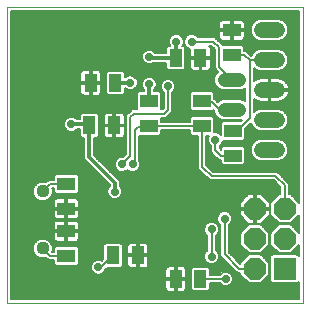
<source format=gbl>
G75*
G70*
%OFA0B0*%
%FSLAX24Y24*%
%IPPOS*%
%LPD*%
%AMOC8*
5,1,8,0,0,1.08239X$1,22.5*
%
%ADD10C,0.0000*%
%ADD11C,0.0438*%
%ADD12R,0.0591X0.0433*%
%ADD13R,0.0433X0.0591*%
%ADD14C,0.0518*%
%ADD15C,0.0478*%
%ADD16R,0.0740X0.0740*%
%ADD17OC8,0.0740*%
%ADD18C,0.0063*%
%ADD19C,0.0276*%
%ADD20C,0.0118*%
D10*
X000363Y000479D02*
X000363Y010322D01*
X010205Y010322D01*
X010205Y000479D01*
X000363Y000479D01*
D11*
X001544Y002285D03*
X001544Y004185D03*
D12*
X002331Y004436D03*
X002331Y003609D03*
X002331Y002861D03*
X002331Y002034D03*
X005087Y006365D03*
X005087Y007192D03*
X006859Y007192D03*
X006859Y006365D03*
X007882Y006208D03*
X007882Y005381D03*
X007843Y008727D03*
X007843Y009554D03*
D13*
X006800Y008629D03*
X005973Y008629D03*
X003965Y007802D03*
X003138Y007802D03*
X003099Y006385D03*
X003926Y006385D03*
X003886Y002054D03*
X004713Y002054D03*
X005973Y001267D03*
X006800Y001267D03*
D14*
X008840Y005566D02*
X009358Y005566D01*
X009358Y006566D02*
X008840Y006566D01*
X008840Y007566D02*
X009358Y007566D01*
X009358Y008566D02*
X008840Y008566D01*
X008840Y009566D02*
X009358Y009566D01*
D15*
X008082Y007908D02*
X007604Y007908D01*
X007604Y006908D02*
X008082Y006908D01*
D16*
X009603Y001605D03*
D17*
X008603Y001605D03*
X008603Y002605D03*
X009603Y002605D03*
X009603Y003605D03*
X008603Y003605D03*
D18*
X008634Y003615D02*
X009123Y003615D01*
X009104Y003637D02*
X009104Y003813D01*
X008811Y004107D01*
X008634Y004107D01*
X008634Y003637D01*
X008571Y003637D01*
X008571Y003574D01*
X008101Y003574D01*
X008101Y003398D01*
X008395Y003104D01*
X008571Y003104D01*
X008571Y003574D01*
X008634Y003574D01*
X008634Y003104D01*
X008811Y003104D01*
X009104Y003398D01*
X009104Y003574D01*
X008634Y003574D01*
X008634Y003637D01*
X009104Y003637D01*
X009104Y003677D02*
X009123Y003677D01*
X009123Y003738D02*
X009104Y003738D01*
X009104Y003800D02*
X009123Y003800D01*
X009123Y003804D02*
X009123Y003406D01*
X009404Y003125D01*
X009802Y003125D01*
X010074Y003397D01*
X010074Y002814D01*
X009802Y003085D01*
X009404Y003085D01*
X009123Y002804D01*
X009123Y002406D01*
X009404Y002125D01*
X009802Y002125D01*
X010074Y002397D01*
X010074Y002030D01*
X010019Y002085D01*
X009187Y002085D01*
X009123Y002021D01*
X009123Y001190D01*
X009187Y001125D01*
X010019Y001125D01*
X010074Y001180D01*
X010074Y000611D01*
X000494Y000611D01*
X000494Y010190D01*
X010074Y010190D01*
X010074Y003814D01*
X009802Y004085D01*
X009745Y004085D01*
X009745Y004447D01*
X009441Y004751D01*
X009358Y004834D01*
X007232Y004834D01*
X007000Y005066D01*
X007000Y006038D01*
X007076Y006038D01*
X007044Y005962D01*
X007044Y005863D01*
X007082Y005772D01*
X007150Y005703D01*
X007150Y005499D01*
X007233Y005416D01*
X007410Y005239D01*
X007477Y005239D01*
X007477Y005119D01*
X007541Y005054D01*
X008223Y005054D01*
X008288Y005119D01*
X008288Y005643D01*
X008223Y005708D01*
X007541Y005708D01*
X007477Y005643D01*
X007477Y005573D01*
X007434Y005617D01*
X007434Y005703D01*
X007502Y005772D01*
X007540Y005863D01*
X007540Y005882D01*
X007541Y005881D01*
X008223Y005881D01*
X008288Y005945D01*
X008288Y006263D01*
X008296Y006268D01*
X008303Y006290D01*
X008481Y006468D01*
X008527Y006357D01*
X008631Y006253D01*
X008766Y006197D01*
X009431Y006197D01*
X009567Y006253D01*
X009671Y006357D01*
X009727Y006492D01*
X009727Y006639D01*
X009671Y006775D01*
X009567Y006879D01*
X009431Y006935D01*
X008766Y006935D01*
X008631Y006879D01*
X008575Y006824D01*
X008575Y007278D01*
X008591Y007263D01*
X008655Y007220D01*
X008726Y007190D01*
X008801Y007175D01*
X009067Y007175D01*
X009067Y007534D01*
X009130Y007534D01*
X009130Y007175D01*
X009396Y007175D01*
X009472Y007190D01*
X009543Y007220D01*
X009607Y007263D01*
X009661Y007317D01*
X009704Y007381D01*
X009734Y007452D01*
X009749Y007527D01*
X009749Y007534D01*
X009130Y007534D01*
X009130Y007597D01*
X009067Y007597D01*
X009067Y007956D01*
X008801Y007956D01*
X008726Y007941D01*
X008655Y007912D01*
X008591Y007869D01*
X008575Y007854D01*
X008575Y008308D01*
X008631Y008253D01*
X008766Y008197D01*
X009431Y008197D01*
X009567Y008253D01*
X009671Y008357D01*
X009727Y008492D01*
X009727Y008639D01*
X009671Y008775D01*
X009567Y008879D01*
X009431Y008935D01*
X008766Y008935D01*
X008631Y008879D01*
X008527Y008775D01*
X008492Y008692D01*
X008315Y008869D01*
X008249Y008869D01*
X008249Y008989D01*
X008184Y009054D01*
X007540Y009054D01*
X007469Y009125D01*
X007272Y009322D01*
X006713Y009322D01*
X006645Y009390D01*
X006554Y009428D01*
X006455Y009428D01*
X006364Y009390D01*
X006294Y009321D01*
X006256Y009229D01*
X006256Y009131D01*
X006294Y009040D01*
X006364Y008970D01*
X006452Y008933D01*
X006452Y008660D01*
X006768Y008660D01*
X006768Y008597D01*
X006831Y008597D01*
X006831Y008202D01*
X007034Y008202D01*
X007067Y008211D01*
X007097Y008228D01*
X007121Y008253D01*
X007139Y008283D01*
X007148Y008316D01*
X007148Y008597D01*
X006831Y008597D01*
X006831Y008660D01*
X007148Y008660D01*
X007148Y008941D01*
X007139Y008975D01*
X007121Y009005D01*
X007097Y009029D01*
X007081Y009038D01*
X007154Y009038D01*
X007268Y008924D01*
X007268Y008283D01*
X007376Y008175D01*
X007308Y008106D01*
X007255Y007978D01*
X007255Y007839D01*
X007308Y007711D01*
X007406Y007612D01*
X007534Y007559D01*
X008152Y007559D01*
X008280Y007612D01*
X008292Y007624D01*
X008292Y007193D01*
X008280Y007205D01*
X008152Y007258D01*
X007534Y007258D01*
X007406Y007205D01*
X007374Y007172D01*
X007315Y007231D01*
X007264Y007282D01*
X007264Y007454D01*
X007200Y007519D01*
X006518Y007519D01*
X006453Y007454D01*
X006453Y006930D01*
X006518Y006865D01*
X007200Y006865D01*
X007240Y006905D01*
X007255Y006891D01*
X007255Y006839D01*
X007308Y006711D01*
X007406Y006612D01*
X007534Y006559D01*
X008152Y006559D01*
X008185Y006573D01*
X008147Y006534D01*
X007541Y006534D01*
X007477Y006470D01*
X007477Y006078D01*
X007432Y006123D01*
X007341Y006160D01*
X007264Y006160D01*
X007264Y006627D01*
X007200Y006692D01*
X006518Y006692D01*
X006453Y006627D01*
X006453Y006507D01*
X005493Y006507D01*
X005493Y006627D01*
X005483Y006637D01*
X005658Y006637D01*
X005776Y006755D01*
X005859Y006838D01*
X005859Y007475D01*
X005927Y007543D01*
X005965Y007635D01*
X005965Y007733D01*
X005927Y007824D01*
X005858Y007894D01*
X005766Y007932D01*
X005668Y007932D01*
X005577Y007894D01*
X005507Y007824D01*
X005469Y007733D01*
X005469Y007635D01*
X005507Y007543D01*
X005575Y007475D01*
X005575Y006955D01*
X005540Y006920D01*
X005483Y006920D01*
X005493Y006930D01*
X005493Y007454D01*
X005428Y007519D01*
X005256Y007519D01*
X005256Y007581D01*
X005297Y007622D01*
X005335Y007713D01*
X005335Y007812D01*
X005297Y007903D01*
X005228Y007973D01*
X005136Y008011D01*
X005038Y008011D01*
X004947Y007973D01*
X004877Y007903D01*
X004839Y007812D01*
X004839Y007713D01*
X004877Y007622D01*
X004918Y007581D01*
X004918Y007519D01*
X004746Y007519D01*
X004682Y007454D01*
X004682Y006930D01*
X004691Y006920D01*
X004517Y006920D01*
X004434Y006837D01*
X004398Y006802D01*
X004315Y006719D01*
X004315Y005420D01*
X004229Y005334D01*
X004132Y005334D01*
X004041Y005296D01*
X003971Y005226D01*
X003934Y005135D01*
X003934Y005036D01*
X003971Y004945D01*
X004041Y004875D01*
X004132Y004838D01*
X004231Y004838D01*
X004322Y004875D01*
X004359Y004912D01*
X004395Y004875D01*
X004487Y004838D01*
X004585Y004838D01*
X004676Y004875D01*
X004746Y004945D01*
X004784Y005036D01*
X004784Y005135D01*
X004756Y005201D01*
X004756Y006038D01*
X005428Y006038D01*
X005493Y006103D01*
X005493Y006223D01*
X006453Y006223D01*
X006453Y006103D01*
X006518Y006038D01*
X006717Y006038D01*
X006717Y004948D01*
X006800Y004865D01*
X007115Y004550D01*
X009241Y004550D01*
X009461Y004330D01*
X009461Y004085D01*
X009404Y004085D01*
X009123Y003804D01*
X009180Y003861D02*
X009056Y003861D01*
X008994Y003923D02*
X009241Y003923D01*
X009303Y003984D02*
X008933Y003984D01*
X008872Y004046D02*
X009364Y004046D01*
X009461Y004107D02*
X004184Y004107D01*
X004193Y004131D02*
X004156Y004040D01*
X004086Y003970D01*
X003995Y003932D01*
X003896Y003932D01*
X003805Y003970D01*
X003735Y004040D01*
X003697Y004131D01*
X003697Y004229D01*
X003735Y004321D01*
X003776Y004362D01*
X003776Y004386D01*
X003009Y005152D01*
X002910Y005252D01*
X002910Y005979D01*
X002837Y005979D01*
X002772Y006044D01*
X002772Y006255D01*
X002670Y006255D01*
X002629Y006214D01*
X002538Y006176D01*
X002439Y006176D01*
X002348Y006214D01*
X002278Y006284D01*
X002241Y006375D01*
X002241Y006473D01*
X002278Y006565D01*
X002348Y006634D01*
X002439Y006672D01*
X002538Y006672D01*
X002629Y006634D01*
X002670Y006593D01*
X002772Y006593D01*
X002772Y006726D01*
X002837Y006790D01*
X003361Y006790D01*
X003426Y006726D01*
X003426Y006044D01*
X003361Y005979D01*
X003249Y005979D01*
X003249Y005392D01*
X004115Y004526D01*
X004115Y004362D01*
X004156Y004321D01*
X004193Y004229D01*
X004193Y004131D01*
X004193Y004169D02*
X009461Y004169D01*
X009461Y004230D02*
X004193Y004230D01*
X004168Y004292D02*
X009461Y004292D01*
X009438Y004353D02*
X004123Y004353D01*
X004115Y004415D02*
X009376Y004415D01*
X009315Y004476D02*
X004115Y004476D01*
X004103Y004538D02*
X009253Y004538D01*
X009300Y004692D02*
X007174Y004692D01*
X006859Y005007D01*
X006859Y006365D01*
X005087Y006365D01*
X005067Y006345D01*
X004733Y006345D01*
X004615Y006227D01*
X004615Y005164D01*
X004536Y005086D01*
X004708Y004907D02*
X006758Y004907D01*
X006717Y004968D02*
X004756Y004968D01*
X004781Y005030D02*
X006717Y005030D01*
X006717Y005091D02*
X004784Y005091D01*
X004777Y005153D02*
X006717Y005153D01*
X006717Y005214D02*
X004756Y005214D01*
X004756Y005276D02*
X006717Y005276D01*
X006717Y005337D02*
X004756Y005337D01*
X004756Y005399D02*
X006717Y005399D01*
X006717Y005460D02*
X004756Y005460D01*
X004756Y005522D02*
X006717Y005522D01*
X006717Y005583D02*
X004756Y005583D01*
X004756Y005645D02*
X006717Y005645D01*
X006717Y005706D02*
X004756Y005706D01*
X004756Y005768D02*
X006717Y005768D01*
X006717Y005829D02*
X004756Y005829D01*
X004756Y005891D02*
X006717Y005891D01*
X006717Y005952D02*
X004756Y005952D01*
X004756Y006014D02*
X006717Y006014D01*
X006481Y006075D02*
X005465Y006075D01*
X005493Y006137D02*
X006453Y006137D01*
X006453Y006198D02*
X005493Y006198D01*
X005493Y006567D02*
X006453Y006567D01*
X006454Y006629D02*
X005491Y006629D01*
X005711Y006690D02*
X006516Y006690D01*
X006508Y006874D02*
X005859Y006874D01*
X005859Y006936D02*
X006453Y006936D01*
X006453Y006997D02*
X005859Y006997D01*
X005859Y007059D02*
X006453Y007059D01*
X006453Y007120D02*
X005859Y007120D01*
X005859Y007182D02*
X006453Y007182D01*
X006453Y007243D02*
X005859Y007243D01*
X005859Y007305D02*
X006453Y007305D01*
X006453Y007366D02*
X005859Y007366D01*
X005859Y007428D02*
X006453Y007428D01*
X006489Y007489D02*
X005873Y007489D01*
X005930Y007551D02*
X008292Y007551D01*
X008292Y007612D02*
X008280Y007612D01*
X008292Y007489D02*
X007229Y007489D01*
X007264Y007428D02*
X008292Y007428D01*
X008292Y007366D02*
X007264Y007366D01*
X007264Y007305D02*
X008292Y007305D01*
X008292Y007243D02*
X008186Y007243D01*
X008575Y007243D02*
X008619Y007243D01*
X008575Y007182D02*
X008768Y007182D01*
X008575Y007120D02*
X010074Y007120D01*
X010074Y007059D02*
X008575Y007059D01*
X008575Y006997D02*
X010074Y006997D01*
X010074Y006936D02*
X008575Y006936D01*
X008575Y006874D02*
X008626Y006874D01*
X008434Y006621D02*
X008434Y008550D01*
X009083Y008550D01*
X009099Y008566D01*
X009506Y008227D02*
X010074Y008227D01*
X010074Y008166D02*
X008575Y008166D01*
X008575Y008227D02*
X008692Y008227D01*
X008595Y008289D02*
X008575Y008289D01*
X008575Y008104D02*
X010074Y008104D01*
X010074Y008043D02*
X008575Y008043D01*
X008575Y007981D02*
X010074Y007981D01*
X010074Y007920D02*
X009524Y007920D01*
X009543Y007912D02*
X009472Y007941D01*
X009396Y007956D01*
X009130Y007956D01*
X009130Y007597D01*
X009749Y007597D01*
X009749Y007604D01*
X009734Y007680D01*
X009704Y007751D01*
X009661Y007815D01*
X009607Y007869D01*
X009543Y007912D01*
X009618Y007858D02*
X010074Y007858D01*
X010074Y007797D02*
X009673Y007797D01*
X009711Y007735D02*
X010074Y007735D01*
X010074Y007674D02*
X009735Y007674D01*
X009747Y007612D02*
X010074Y007612D01*
X010074Y007551D02*
X009130Y007551D01*
X009130Y007612D02*
X009067Y007612D01*
X009067Y007674D02*
X009130Y007674D01*
X009130Y007735D02*
X009067Y007735D01*
X009067Y007797D02*
X009130Y007797D01*
X009130Y007858D02*
X009067Y007858D01*
X009067Y007920D02*
X009130Y007920D01*
X009603Y008289D02*
X010074Y008289D01*
X010074Y008350D02*
X009665Y008350D01*
X009694Y008412D02*
X010074Y008412D01*
X010074Y008473D02*
X009719Y008473D01*
X009727Y008535D02*
X010074Y008535D01*
X010074Y008596D02*
X009727Y008596D01*
X009720Y008658D02*
X010074Y008658D01*
X010074Y008719D02*
X009694Y008719D01*
X009665Y008781D02*
X010074Y008781D01*
X010074Y008842D02*
X009604Y008842D01*
X009507Y008904D02*
X010074Y008904D01*
X010074Y008965D02*
X008249Y008965D01*
X008249Y008904D02*
X008690Y008904D01*
X008594Y008842D02*
X008342Y008842D01*
X008403Y008781D02*
X008532Y008781D01*
X008504Y008719D02*
X008465Y008719D01*
X008492Y008692D02*
X008492Y008692D01*
X008434Y008550D02*
X008256Y008727D01*
X007843Y008727D01*
X008211Y009027D02*
X010074Y009027D01*
X010074Y009088D02*
X007505Y009088D01*
X007444Y009150D02*
X010074Y009150D01*
X010074Y009211D02*
X009467Y009211D01*
X009431Y009197D02*
X009567Y009253D01*
X009671Y009357D01*
X009727Y009492D01*
X009727Y009639D01*
X009671Y009775D01*
X009567Y009879D01*
X009431Y009935D01*
X008766Y009935D01*
X008631Y009879D01*
X008527Y009775D01*
X008471Y009639D01*
X008471Y009492D01*
X008527Y009357D01*
X008631Y009253D01*
X008766Y009197D01*
X009431Y009197D01*
X009587Y009273D02*
X010074Y009273D01*
X010074Y009334D02*
X009649Y009334D01*
X009687Y009396D02*
X010074Y009396D01*
X010074Y009457D02*
X009713Y009457D01*
X009727Y009519D02*
X010074Y009519D01*
X010074Y009580D02*
X009727Y009580D01*
X009726Y009642D02*
X010074Y009642D01*
X010074Y009703D02*
X009701Y009703D01*
X009675Y009765D02*
X010074Y009765D01*
X010074Y009826D02*
X009620Y009826D01*
X009546Y009888D02*
X010074Y009888D01*
X010074Y009949D02*
X000494Y009949D01*
X000494Y009888D02*
X007487Y009888D01*
X007497Y009893D02*
X007467Y009876D01*
X007443Y009851D01*
X007425Y009821D01*
X007416Y009788D01*
X007416Y009586D01*
X007812Y009586D01*
X007812Y009902D01*
X007530Y009902D01*
X007497Y009893D01*
X007428Y009826D02*
X000494Y009826D01*
X000494Y009765D02*
X007416Y009765D01*
X007416Y009703D02*
X000494Y009703D01*
X000494Y009642D02*
X007416Y009642D01*
X007416Y009523D02*
X007416Y009320D01*
X007425Y009287D01*
X007443Y009257D01*
X007467Y009232D01*
X007497Y009215D01*
X007530Y009206D01*
X007812Y009206D01*
X007812Y009523D01*
X007875Y009523D01*
X007875Y009586D01*
X007812Y009586D01*
X007812Y009523D01*
X007416Y009523D01*
X007416Y009519D02*
X000494Y009519D01*
X000494Y009580D02*
X007812Y009580D01*
X007812Y009519D02*
X007875Y009519D01*
X007875Y009523D02*
X007875Y009206D01*
X008156Y009206D01*
X008189Y009215D01*
X008219Y009232D01*
X008244Y009257D01*
X008261Y009287D01*
X008270Y009320D01*
X008270Y009523D01*
X007875Y009523D01*
X007875Y009580D02*
X008471Y009580D01*
X008471Y009519D02*
X008270Y009519D01*
X008270Y009457D02*
X008485Y009457D01*
X008511Y009396D02*
X008270Y009396D01*
X008270Y009334D02*
X008549Y009334D01*
X008611Y009273D02*
X008253Y009273D01*
X008175Y009211D02*
X008731Y009211D01*
X008472Y009642D02*
X008270Y009642D01*
X008270Y009586D02*
X008270Y009788D01*
X008261Y009821D01*
X008244Y009851D01*
X008219Y009876D01*
X008189Y009893D01*
X008156Y009902D01*
X007875Y009902D01*
X007875Y009586D01*
X008270Y009586D01*
X008270Y009703D02*
X008497Y009703D01*
X008522Y009765D02*
X008270Y009765D01*
X008258Y009826D02*
X008578Y009826D01*
X008652Y009888D02*
X008199Y009888D01*
X007875Y009888D02*
X007812Y009888D01*
X007812Y009826D02*
X007875Y009826D01*
X007875Y009765D02*
X007812Y009765D01*
X007812Y009703D02*
X007875Y009703D01*
X007875Y009642D02*
X007812Y009642D01*
X007812Y009457D02*
X007875Y009457D01*
X007875Y009396D02*
X007812Y009396D01*
X007812Y009334D02*
X007875Y009334D01*
X007875Y009273D02*
X007812Y009273D01*
X007812Y009211D02*
X007875Y009211D01*
X007511Y009211D02*
X007382Y009211D01*
X007433Y009273D02*
X007321Y009273D01*
X007416Y009334D02*
X006701Y009334D01*
X006632Y009396D02*
X007416Y009396D01*
X007416Y009457D02*
X000494Y009457D01*
X000494Y009396D02*
X005865Y009396D01*
X005852Y009390D02*
X005782Y009321D01*
X005745Y009229D01*
X005745Y009131D01*
X005782Y009040D01*
X005788Y009034D01*
X005711Y009034D01*
X005646Y008970D01*
X005646Y008798D01*
X005302Y008798D01*
X005297Y008809D01*
X005228Y008879D01*
X005136Y008916D01*
X005038Y008916D01*
X004947Y008879D01*
X004877Y008809D01*
X004839Y008718D01*
X004839Y008619D01*
X004877Y008528D01*
X004947Y008458D01*
X005038Y008420D01*
X005136Y008420D01*
X005228Y008458D01*
X005229Y008460D01*
X005646Y008460D01*
X005646Y008288D01*
X005711Y008223D01*
X006235Y008223D01*
X006300Y008288D01*
X006300Y008970D01*
X006235Y009034D01*
X006198Y009034D01*
X006203Y009040D01*
X006241Y009131D01*
X006241Y009229D01*
X006203Y009321D01*
X006133Y009390D01*
X006042Y009428D01*
X005943Y009428D01*
X005852Y009390D01*
X005796Y009334D02*
X000494Y009334D01*
X000494Y009273D02*
X005763Y009273D01*
X005745Y009211D02*
X000494Y009211D01*
X000494Y009150D02*
X005745Y009150D01*
X005762Y009088D02*
X000494Y009088D01*
X000494Y009027D02*
X005703Y009027D01*
X005646Y008965D02*
X000494Y008965D01*
X000494Y008904D02*
X005007Y008904D01*
X004910Y008842D02*
X000494Y008842D01*
X000494Y008781D02*
X004865Y008781D01*
X004840Y008719D02*
X000494Y008719D01*
X000494Y008658D02*
X004839Y008658D01*
X004848Y008596D02*
X000494Y008596D01*
X000494Y008535D02*
X004874Y008535D01*
X004931Y008473D02*
X000494Y008473D01*
X000494Y008412D02*
X005646Y008412D01*
X005646Y008350D02*
X000494Y008350D01*
X000494Y008289D02*
X005646Y008289D01*
X005707Y008227D02*
X003378Y008227D01*
X003372Y008229D02*
X003170Y008229D01*
X003170Y007834D01*
X003107Y007834D01*
X003107Y008229D01*
X002904Y008229D01*
X002871Y008220D01*
X002841Y008203D01*
X002817Y008178D01*
X002799Y008148D01*
X002790Y008115D01*
X002790Y007834D01*
X003107Y007834D01*
X003107Y007771D01*
X002790Y007771D01*
X002790Y007490D01*
X002799Y007456D01*
X002817Y007426D01*
X002841Y007402D01*
X002871Y007384D01*
X002904Y007375D01*
X003107Y007375D01*
X003107Y007771D01*
X003170Y007771D01*
X003170Y007834D01*
X003486Y007834D01*
X003486Y008115D01*
X003477Y008148D01*
X003460Y008178D01*
X003436Y008203D01*
X003406Y008220D01*
X003372Y008229D01*
X003467Y008166D02*
X003661Y008166D01*
X003638Y008143D02*
X003638Y007461D01*
X003703Y007397D01*
X004227Y007397D01*
X004292Y007461D01*
X004292Y007617D01*
X004317Y007592D01*
X004408Y007554D01*
X004507Y007554D01*
X004598Y007592D01*
X004667Y007662D01*
X004705Y007753D01*
X004705Y007851D01*
X004667Y007943D01*
X004598Y008012D01*
X004507Y008050D01*
X004408Y008050D01*
X004317Y008012D01*
X004292Y007988D01*
X004292Y008143D01*
X004227Y008208D01*
X003703Y008208D01*
X003638Y008143D01*
X003638Y008104D02*
X003486Y008104D01*
X003486Y008043D02*
X003638Y008043D01*
X003638Y007981D02*
X003486Y007981D01*
X003486Y007920D02*
X003638Y007920D01*
X003638Y007858D02*
X003486Y007858D01*
X003486Y007771D02*
X003170Y007771D01*
X003170Y007375D01*
X003372Y007375D01*
X003406Y007384D01*
X003436Y007402D01*
X003460Y007426D01*
X003477Y007456D01*
X003486Y007490D01*
X003486Y007771D01*
X003486Y007735D02*
X003638Y007735D01*
X003638Y007674D02*
X003486Y007674D01*
X003486Y007612D02*
X003638Y007612D01*
X003638Y007551D02*
X003486Y007551D01*
X003486Y007489D02*
X003638Y007489D01*
X003672Y007428D02*
X003461Y007428D01*
X003170Y007428D02*
X003107Y007428D01*
X003107Y007489D02*
X003170Y007489D01*
X003170Y007551D02*
X003107Y007551D01*
X003107Y007612D02*
X003170Y007612D01*
X003170Y007674D02*
X003107Y007674D01*
X003107Y007735D02*
X003170Y007735D01*
X003170Y007797D02*
X003638Y007797D01*
X003170Y007858D02*
X003107Y007858D01*
X003107Y007797D02*
X000494Y007797D01*
X000494Y007858D02*
X002790Y007858D01*
X002790Y007920D02*
X000494Y007920D01*
X000494Y007981D02*
X002790Y007981D01*
X002790Y008043D02*
X000494Y008043D01*
X000494Y008104D02*
X002790Y008104D01*
X002809Y008166D02*
X000494Y008166D01*
X000494Y008227D02*
X002899Y008227D01*
X003107Y008227D02*
X003170Y008227D01*
X003170Y008166D02*
X003107Y008166D01*
X003107Y008104D02*
X003170Y008104D01*
X003170Y008043D02*
X003107Y008043D01*
X003107Y007981D02*
X003170Y007981D01*
X003170Y007920D02*
X003107Y007920D01*
X002790Y007735D02*
X000494Y007735D01*
X000494Y007674D02*
X002790Y007674D01*
X002790Y007612D02*
X000494Y007612D01*
X000494Y007551D02*
X002790Y007551D01*
X002790Y007489D02*
X000494Y007489D01*
X000494Y007428D02*
X002815Y007428D01*
X003604Y006761D02*
X003587Y006731D01*
X003578Y006697D01*
X003578Y006416D01*
X003894Y006416D01*
X003894Y006353D01*
X003957Y006353D01*
X003957Y005958D01*
X004160Y005958D01*
X004193Y005967D01*
X004223Y005984D01*
X004247Y006009D01*
X004265Y006039D01*
X004274Y006072D01*
X004274Y006353D01*
X003957Y006353D01*
X003957Y006416D01*
X004274Y006416D01*
X004274Y006697D01*
X004265Y006731D01*
X004247Y006761D01*
X004223Y006785D01*
X004193Y006803D01*
X004160Y006812D01*
X003957Y006812D01*
X003957Y006416D01*
X003894Y006416D01*
X003894Y006812D01*
X003692Y006812D01*
X003658Y006803D01*
X003628Y006785D01*
X003604Y006761D01*
X003599Y006751D02*
X003400Y006751D01*
X003426Y006690D02*
X003578Y006690D01*
X003578Y006629D02*
X003426Y006629D01*
X003426Y006567D02*
X003578Y006567D01*
X003578Y006506D02*
X003426Y006506D01*
X003426Y006444D02*
X003578Y006444D01*
X003578Y006353D02*
X003578Y006072D01*
X003587Y006039D01*
X003604Y006009D01*
X003628Y005984D01*
X003658Y005967D01*
X003692Y005958D01*
X003894Y005958D01*
X003894Y006353D01*
X003578Y006353D01*
X003578Y006321D02*
X003426Y006321D01*
X003426Y006260D02*
X003578Y006260D01*
X003578Y006198D02*
X003426Y006198D01*
X003426Y006137D02*
X003578Y006137D01*
X003578Y006075D02*
X003426Y006075D01*
X003395Y006014D02*
X003601Y006014D01*
X003894Y006014D02*
X003957Y006014D01*
X003957Y006075D02*
X003894Y006075D01*
X003894Y006137D02*
X003957Y006137D01*
X003957Y006198D02*
X003894Y006198D01*
X003894Y006260D02*
X003957Y006260D01*
X003957Y006321D02*
X003894Y006321D01*
X003894Y006383D02*
X003426Y006383D01*
X003894Y006444D02*
X003957Y006444D01*
X003957Y006383D02*
X004315Y006383D01*
X004315Y006444D02*
X004274Y006444D01*
X004274Y006506D02*
X004315Y006506D01*
X004315Y006567D02*
X004274Y006567D01*
X004274Y006629D02*
X004315Y006629D01*
X004315Y006690D02*
X004274Y006690D01*
X004253Y006751D02*
X004348Y006751D01*
X004398Y006802D02*
X004398Y006802D01*
X004409Y006813D02*
X000494Y006813D01*
X000494Y006874D02*
X004471Y006874D01*
X004434Y006837D02*
X004434Y006837D01*
X004575Y006778D02*
X004457Y006660D01*
X004457Y005361D01*
X004182Y005086D01*
X004010Y004907D02*
X003734Y004907D01*
X003672Y004968D02*
X003962Y004968D01*
X003936Y005030D02*
X003611Y005030D01*
X003549Y005091D02*
X003934Y005091D01*
X003941Y005153D02*
X003488Y005153D01*
X003426Y005214D02*
X003966Y005214D01*
X004021Y005276D02*
X003365Y005276D01*
X003303Y005337D02*
X004233Y005337D01*
X004294Y005399D02*
X003249Y005399D01*
X003249Y005460D02*
X004315Y005460D01*
X004315Y005522D02*
X003249Y005522D01*
X003249Y005583D02*
X004315Y005583D01*
X004315Y005645D02*
X003249Y005645D01*
X003249Y005706D02*
X004315Y005706D01*
X004315Y005768D02*
X003249Y005768D01*
X003249Y005829D02*
X004315Y005829D01*
X004315Y005891D02*
X003249Y005891D01*
X003249Y005952D02*
X004315Y005952D01*
X004315Y006014D02*
X004250Y006014D01*
X004274Y006075D02*
X004315Y006075D01*
X004315Y006137D02*
X004274Y006137D01*
X004274Y006198D02*
X004315Y006198D01*
X004315Y006260D02*
X004274Y006260D01*
X004274Y006321D02*
X004315Y006321D01*
X003957Y006506D02*
X003894Y006506D01*
X003894Y006567D02*
X003957Y006567D01*
X003957Y006629D02*
X003894Y006629D01*
X003894Y006690D02*
X003957Y006690D01*
X003957Y006751D02*
X003894Y006751D01*
X004575Y006778D02*
X005599Y006778D01*
X005717Y006897D01*
X005717Y007684D01*
X005893Y007858D02*
X007255Y007858D01*
X007255Y007920D02*
X005796Y007920D01*
X005638Y007920D02*
X005281Y007920D01*
X005316Y007858D02*
X005541Y007858D01*
X005495Y007797D02*
X005335Y007797D01*
X005335Y007735D02*
X005470Y007735D01*
X005469Y007674D02*
X005319Y007674D01*
X005288Y007612D02*
X005478Y007612D01*
X005504Y007551D02*
X005256Y007551D01*
X005457Y007489D02*
X005561Y007489D01*
X005575Y007428D02*
X005493Y007428D01*
X005493Y007366D02*
X005575Y007366D01*
X005575Y007305D02*
X005493Y007305D01*
X005493Y007243D02*
X005575Y007243D01*
X005575Y007182D02*
X005493Y007182D01*
X005493Y007120D02*
X005575Y007120D01*
X005575Y007059D02*
X005493Y007059D01*
X005493Y006997D02*
X005575Y006997D01*
X005556Y006936D02*
X005493Y006936D01*
X005772Y006751D02*
X007291Y006751D01*
X007265Y006813D02*
X005834Y006813D01*
X005956Y007612D02*
X007406Y007612D01*
X007345Y007674D02*
X005965Y007674D01*
X005964Y007735D02*
X007298Y007735D01*
X007272Y007797D02*
X005939Y007797D01*
X006239Y008227D02*
X006504Y008227D01*
X006502Y008228D02*
X006532Y008211D01*
X006566Y008202D01*
X006768Y008202D01*
X006768Y008597D01*
X006452Y008597D01*
X006452Y008316D01*
X006461Y008283D01*
X006478Y008253D01*
X006502Y008228D01*
X006459Y008289D02*
X006300Y008289D01*
X006300Y008350D02*
X006452Y008350D01*
X006452Y008412D02*
X006300Y008412D01*
X006300Y008473D02*
X006452Y008473D01*
X006452Y008535D02*
X006300Y008535D01*
X006300Y008596D02*
X006452Y008596D01*
X006452Y008719D02*
X006300Y008719D01*
X006300Y008658D02*
X006768Y008658D01*
X006768Y008596D02*
X006831Y008596D01*
X006831Y008535D02*
X006768Y008535D01*
X006768Y008473D02*
X006831Y008473D01*
X006831Y008412D02*
X006768Y008412D01*
X006768Y008350D02*
X006831Y008350D01*
X006831Y008289D02*
X006768Y008289D01*
X006768Y008227D02*
X006831Y008227D01*
X007095Y008227D02*
X007324Y008227D01*
X007367Y008166D02*
X004269Y008166D01*
X004292Y008104D02*
X007307Y008104D01*
X007282Y008043D02*
X004524Y008043D01*
X004629Y007981D02*
X004967Y007981D01*
X004893Y007920D02*
X004677Y007920D01*
X004702Y007858D02*
X004858Y007858D01*
X004839Y007797D02*
X004705Y007797D01*
X004698Y007735D02*
X004839Y007735D01*
X004855Y007674D02*
X004673Y007674D01*
X004618Y007612D02*
X004887Y007612D01*
X004918Y007551D02*
X004292Y007551D01*
X004292Y007612D02*
X004296Y007612D01*
X004292Y007489D02*
X004717Y007489D01*
X004682Y007428D02*
X004259Y007428D01*
X004682Y007366D02*
X000494Y007366D01*
X000494Y007305D02*
X004682Y007305D01*
X004682Y007243D02*
X000494Y007243D01*
X000494Y007182D02*
X004682Y007182D01*
X004682Y007120D02*
X000494Y007120D01*
X000494Y007059D02*
X004682Y007059D01*
X004682Y006997D02*
X000494Y006997D01*
X000494Y006936D02*
X004682Y006936D01*
X004390Y008043D02*
X004292Y008043D01*
X005207Y007981D02*
X007256Y007981D01*
X007268Y008289D02*
X007140Y008289D01*
X007148Y008350D02*
X007268Y008350D01*
X007268Y008412D02*
X007148Y008412D01*
X007148Y008473D02*
X007268Y008473D01*
X007268Y008535D02*
X007148Y008535D01*
X007148Y008596D02*
X007268Y008596D01*
X007268Y008658D02*
X006831Y008658D01*
X007148Y008719D02*
X007268Y008719D01*
X007268Y008781D02*
X007148Y008781D01*
X007148Y008842D02*
X007268Y008842D01*
X007268Y008904D02*
X007148Y008904D01*
X007141Y008965D02*
X007227Y008965D01*
X007166Y009027D02*
X007100Y009027D01*
X007213Y009180D02*
X007410Y008983D01*
X007410Y008341D01*
X007843Y007908D01*
X008575Y007920D02*
X008674Y007920D01*
X008580Y007858D02*
X008575Y007858D01*
X009067Y007489D02*
X009130Y007489D01*
X009130Y007428D02*
X009067Y007428D01*
X009067Y007366D02*
X009130Y007366D01*
X009130Y007305D02*
X009067Y007305D01*
X009067Y007243D02*
X009130Y007243D01*
X009130Y007182D02*
X009067Y007182D01*
X009430Y007182D02*
X010074Y007182D01*
X010074Y007243D02*
X009578Y007243D01*
X009649Y007305D02*
X010074Y007305D01*
X010074Y007366D02*
X009694Y007366D01*
X009724Y007428D02*
X010074Y007428D01*
X010074Y007489D02*
X009741Y007489D01*
X009572Y006874D02*
X010074Y006874D01*
X010074Y006813D02*
X009633Y006813D01*
X009681Y006751D02*
X010074Y006751D01*
X010074Y006690D02*
X009706Y006690D01*
X009727Y006629D02*
X010074Y006629D01*
X010074Y006567D02*
X009727Y006567D01*
X009727Y006506D02*
X010074Y006506D01*
X010074Y006444D02*
X009707Y006444D01*
X009682Y006383D02*
X010074Y006383D01*
X010074Y006321D02*
X009635Y006321D01*
X009574Y006260D02*
X010074Y006260D01*
X010074Y006198D02*
X009435Y006198D01*
X009431Y005935D02*
X009567Y005879D01*
X009671Y005775D01*
X009727Y005639D01*
X009727Y005492D01*
X009671Y005357D01*
X009567Y005253D01*
X009431Y005197D01*
X008766Y005197D01*
X008631Y005253D01*
X008527Y005357D01*
X008471Y005492D01*
X008471Y005639D01*
X008527Y005775D01*
X008631Y005879D01*
X008766Y005935D01*
X009431Y005935D01*
X009539Y005891D02*
X010074Y005891D01*
X010074Y005952D02*
X008288Y005952D01*
X008288Y006014D02*
X010074Y006014D01*
X010074Y006075D02*
X008288Y006075D01*
X008288Y006137D02*
X010074Y006137D01*
X010074Y005829D02*
X009617Y005829D01*
X009674Y005768D02*
X010074Y005768D01*
X010074Y005706D02*
X009700Y005706D01*
X009725Y005645D02*
X010074Y005645D01*
X010074Y005583D02*
X009727Y005583D01*
X009727Y005522D02*
X010074Y005522D01*
X010074Y005460D02*
X009714Y005460D01*
X009688Y005399D02*
X010074Y005399D01*
X010074Y005337D02*
X009652Y005337D01*
X009590Y005276D02*
X010074Y005276D01*
X010074Y005214D02*
X009474Y005214D01*
X009408Y004784D02*
X010074Y004784D01*
X010074Y004845D02*
X007221Y004845D01*
X007159Y004907D02*
X010074Y004907D01*
X010074Y004968D02*
X007098Y004968D01*
X007036Y005030D02*
X010074Y005030D01*
X010074Y005091D02*
X008260Y005091D01*
X008288Y005153D02*
X010074Y005153D01*
X010074Y004722D02*
X009470Y004722D01*
X009531Y004661D02*
X010074Y004661D01*
X010074Y004599D02*
X009593Y004599D01*
X009654Y004538D02*
X010074Y004538D01*
X010074Y004476D02*
X009716Y004476D01*
X009745Y004415D02*
X010074Y004415D01*
X010074Y004353D02*
X009745Y004353D01*
X009745Y004292D02*
X010074Y004292D01*
X010074Y004230D02*
X009745Y004230D01*
X009745Y004169D02*
X010074Y004169D01*
X010074Y004107D02*
X009745Y004107D01*
X009841Y004046D02*
X010074Y004046D01*
X010074Y003984D02*
X009903Y003984D01*
X009964Y003923D02*
X010074Y003923D01*
X010074Y003861D02*
X010026Y003861D01*
X009603Y003605D02*
X009603Y004389D01*
X009300Y004692D01*
X008724Y005214D02*
X008288Y005214D01*
X008288Y005276D02*
X008608Y005276D01*
X008546Y005337D02*
X008288Y005337D01*
X008288Y005399D02*
X008509Y005399D01*
X008484Y005460D02*
X008288Y005460D01*
X008288Y005522D02*
X008471Y005522D01*
X008471Y005583D02*
X008288Y005583D01*
X008286Y005645D02*
X008473Y005645D01*
X008498Y005706D02*
X008225Y005706D01*
X008233Y005891D02*
X008659Y005891D01*
X008581Y005829D02*
X007526Y005829D01*
X007498Y005768D02*
X008524Y005768D01*
X008288Y006198D02*
X008763Y006198D01*
X008624Y006260D02*
X008288Y006260D01*
X008334Y006321D02*
X008562Y006321D01*
X008516Y006383D02*
X008396Y006383D01*
X008457Y006444D02*
X008491Y006444D01*
X008434Y006621D02*
X008178Y006365D01*
X007882Y006208D01*
X007513Y006506D02*
X007264Y006506D01*
X007264Y006567D02*
X007515Y006567D01*
X007477Y006444D02*
X007264Y006444D01*
X007264Y006383D02*
X007477Y006383D01*
X007477Y006321D02*
X007264Y006321D01*
X007264Y006260D02*
X007477Y006260D01*
X007477Y006198D02*
X007264Y006198D01*
X007399Y006137D02*
X007477Y006137D01*
X007292Y005912D02*
X007292Y005558D01*
X007469Y005381D01*
X007882Y005381D01*
X007477Y005214D02*
X007000Y005214D01*
X007000Y005153D02*
X007477Y005153D01*
X007504Y005091D02*
X007000Y005091D01*
X007000Y005276D02*
X007374Y005276D01*
X007312Y005337D02*
X007000Y005337D01*
X007000Y005399D02*
X007251Y005399D01*
X007189Y005460D02*
X007000Y005460D01*
X007000Y005522D02*
X007150Y005522D01*
X007150Y005583D02*
X007000Y005583D01*
X007000Y005645D02*
X007150Y005645D01*
X007147Y005706D02*
X007000Y005706D01*
X007000Y005768D02*
X007086Y005768D01*
X007058Y005829D02*
X007000Y005829D01*
X007000Y005891D02*
X007044Y005891D01*
X007044Y005952D02*
X007000Y005952D01*
X007000Y006014D02*
X007065Y006014D01*
X007436Y005706D02*
X007540Y005706D01*
X007478Y005645D02*
X007434Y005645D01*
X007467Y005583D02*
X007477Y005583D01*
X006820Y004845D02*
X004604Y004845D01*
X004468Y004845D02*
X004250Y004845D01*
X004354Y004907D02*
X004364Y004907D01*
X004114Y004845D02*
X003795Y004845D01*
X003857Y004784D02*
X006881Y004784D01*
X006943Y004722D02*
X003918Y004722D01*
X003980Y004661D02*
X007004Y004661D01*
X007066Y004599D02*
X004041Y004599D01*
X003747Y004415D02*
X002737Y004415D01*
X002737Y004476D02*
X003685Y004476D01*
X003624Y004538D02*
X002737Y004538D01*
X002737Y004599D02*
X003562Y004599D01*
X003501Y004661D02*
X002737Y004661D01*
X002737Y004698D02*
X002672Y004763D01*
X001990Y004763D01*
X001926Y004698D01*
X001926Y004578D01*
X001736Y004578D01*
X001654Y004496D01*
X001609Y004514D01*
X001478Y004514D01*
X001357Y004464D01*
X001265Y004372D01*
X001215Y004251D01*
X001215Y004120D01*
X001265Y003999D01*
X001357Y003906D01*
X001478Y003856D01*
X001609Y003856D01*
X001730Y003906D01*
X001823Y003999D01*
X001873Y004120D01*
X001873Y004251D01*
X001855Y004294D01*
X001926Y004294D01*
X001926Y004174D01*
X001990Y004109D01*
X002672Y004109D01*
X002737Y004174D01*
X002737Y004698D01*
X002713Y004722D02*
X003439Y004722D01*
X003378Y004784D02*
X000494Y004784D01*
X000494Y004845D02*
X003316Y004845D01*
X003255Y004907D02*
X000494Y004907D01*
X000494Y004968D02*
X003193Y004968D01*
X003132Y005030D02*
X000494Y005030D01*
X000494Y005091D02*
X003070Y005091D01*
X003009Y005153D02*
X000494Y005153D01*
X000494Y005214D02*
X002947Y005214D01*
X002910Y005276D02*
X000494Y005276D01*
X000494Y005337D02*
X002910Y005337D01*
X002910Y005399D02*
X000494Y005399D01*
X000494Y005460D02*
X002910Y005460D01*
X002910Y005522D02*
X000494Y005522D01*
X000494Y005583D02*
X002910Y005583D01*
X002910Y005645D02*
X000494Y005645D01*
X000494Y005706D02*
X002910Y005706D01*
X002910Y005768D02*
X000494Y005768D01*
X000494Y005829D02*
X002910Y005829D01*
X002910Y005891D02*
X000494Y005891D01*
X000494Y005952D02*
X002910Y005952D01*
X002802Y006014D02*
X000494Y006014D01*
X000494Y006075D02*
X002772Y006075D01*
X002772Y006137D02*
X000494Y006137D01*
X000494Y006198D02*
X002386Y006198D01*
X002303Y006260D02*
X000494Y006260D01*
X000494Y006321D02*
X002263Y006321D01*
X002241Y006383D02*
X000494Y006383D01*
X000494Y006444D02*
X002241Y006444D01*
X002254Y006506D02*
X000494Y006506D01*
X000494Y006567D02*
X002281Y006567D01*
X002342Y006629D02*
X000494Y006629D01*
X000494Y006690D02*
X002772Y006690D01*
X002772Y006629D02*
X002635Y006629D01*
X002798Y006751D02*
X000494Y006751D01*
X002591Y006198D02*
X002772Y006198D01*
X001950Y004722D02*
X000494Y004722D01*
X000494Y004661D02*
X001926Y004661D01*
X001926Y004599D02*
X000494Y004599D01*
X000494Y004538D02*
X001696Y004538D01*
X001795Y004436D02*
X001544Y004185D01*
X001843Y004046D02*
X003733Y004046D01*
X003707Y004107D02*
X001868Y004107D01*
X001873Y004169D02*
X001931Y004169D01*
X001926Y004230D02*
X001873Y004230D01*
X001856Y004292D02*
X001926Y004292D01*
X001795Y004436D02*
X002331Y004436D01*
X002737Y004353D02*
X003768Y004353D01*
X003723Y004292D02*
X002737Y004292D01*
X002737Y004230D02*
X003698Y004230D01*
X003697Y004169D02*
X002732Y004169D01*
X002677Y003948D02*
X002644Y003957D01*
X002363Y003957D01*
X002363Y003641D01*
X002300Y003641D01*
X002300Y003957D01*
X002019Y003957D01*
X001985Y003948D01*
X001955Y003931D01*
X001931Y003906D01*
X001913Y003876D01*
X001904Y003843D01*
X001904Y003641D01*
X002300Y003641D01*
X002300Y003578D01*
X002363Y003578D01*
X002363Y003641D01*
X002758Y003641D01*
X002758Y003843D01*
X002749Y003876D01*
X002732Y003906D01*
X002707Y003931D01*
X002677Y003948D01*
X002715Y003923D02*
X008211Y003923D01*
X008150Y003861D02*
X002753Y003861D01*
X002758Y003800D02*
X008101Y003800D01*
X008101Y003813D02*
X008101Y003637D01*
X008571Y003637D01*
X008571Y004107D01*
X008395Y004107D01*
X008101Y003813D01*
X008101Y003738D02*
X002758Y003738D01*
X002758Y003677D02*
X008101Y003677D01*
X008101Y003554D02*
X002758Y003554D01*
X002758Y003578D02*
X002758Y003375D01*
X002749Y003342D01*
X002732Y003312D01*
X002707Y003287D01*
X002677Y003270D01*
X002644Y003261D01*
X002363Y003261D01*
X002363Y003578D01*
X002758Y003578D01*
X002758Y003492D02*
X007485Y003492D01*
X007466Y003485D02*
X007557Y003523D01*
X007656Y003523D01*
X007747Y003485D01*
X007817Y003415D01*
X007855Y003324D01*
X007855Y003225D01*
X007817Y003134D01*
X007749Y003066D01*
X007749Y002152D01*
X008123Y001778D01*
X008123Y001804D01*
X008404Y002085D01*
X008802Y002085D01*
X009083Y001804D01*
X009083Y001406D01*
X008802Y001125D01*
X008404Y001125D01*
X008123Y001406D01*
X008123Y001464D01*
X008036Y001464D01*
X007953Y001547D01*
X007465Y002035D01*
X007465Y003066D01*
X007397Y003134D01*
X007359Y003225D01*
X007359Y003324D01*
X007397Y003415D01*
X007466Y003485D01*
X007412Y003431D02*
X002758Y003431D01*
X002756Y003369D02*
X007378Y003369D01*
X007359Y003308D02*
X002728Y003308D01*
X002677Y003200D02*
X002644Y003209D01*
X002363Y003209D01*
X002363Y002893D01*
X002300Y002893D01*
X002300Y003209D01*
X002019Y003209D01*
X001985Y003200D01*
X001955Y003183D01*
X001931Y003158D01*
X001913Y003128D01*
X001904Y003095D01*
X001904Y002893D01*
X002300Y002893D01*
X002300Y002830D01*
X001904Y002830D01*
X001904Y002627D01*
X001913Y002594D01*
X001931Y002564D01*
X001955Y002539D01*
X001985Y002522D01*
X002019Y002513D01*
X002300Y002513D01*
X002300Y002830D01*
X002363Y002830D01*
X002363Y002893D01*
X002758Y002893D01*
X002758Y003095D01*
X002749Y003128D01*
X002732Y003158D01*
X002707Y003183D01*
X002677Y003200D01*
X002704Y003185D02*
X007375Y003185D01*
X007359Y003246D02*
X000494Y003246D01*
X000494Y003185D02*
X001959Y003185D01*
X001912Y003123D02*
X000494Y003123D01*
X000494Y003062D02*
X001904Y003062D01*
X001904Y003000D02*
X000494Y003000D01*
X000494Y002939D02*
X001904Y002939D01*
X001904Y002816D02*
X000494Y002816D01*
X000494Y002877D02*
X002300Y002877D01*
X002300Y002816D02*
X002363Y002816D01*
X002363Y002830D02*
X002363Y002513D01*
X002644Y002513D01*
X002677Y002522D01*
X002707Y002539D01*
X002732Y002564D01*
X002749Y002594D01*
X002758Y002627D01*
X002758Y002830D01*
X002363Y002830D01*
X002363Y002877D02*
X006926Y002877D01*
X006926Y002871D02*
X006963Y002780D01*
X007032Y002711D01*
X007032Y002224D01*
X006963Y002155D01*
X006926Y002064D01*
X006926Y001965D01*
X006963Y001874D01*
X007033Y001804D01*
X007124Y001767D01*
X007223Y001767D01*
X007314Y001804D01*
X007384Y001874D01*
X007422Y001965D01*
X007422Y002064D01*
X007384Y002155D01*
X007315Y002224D01*
X007315Y002711D01*
X007384Y002780D01*
X007422Y002871D01*
X007422Y002970D01*
X007384Y003061D01*
X007314Y003130D01*
X007223Y003168D01*
X007124Y003168D01*
X007033Y003130D01*
X006963Y003061D01*
X006926Y002970D01*
X006926Y002871D01*
X006948Y002816D02*
X002758Y002816D01*
X002758Y002754D02*
X006989Y002754D01*
X007032Y002693D02*
X002758Y002693D01*
X002758Y002631D02*
X007032Y002631D01*
X007032Y002570D02*
X002735Y002570D01*
X002672Y002361D02*
X001990Y002361D01*
X001926Y002297D01*
X001926Y002176D01*
X001855Y002176D01*
X001873Y002220D01*
X001873Y002351D01*
X001823Y002472D01*
X001730Y002564D01*
X001609Y002614D01*
X001478Y002614D01*
X001357Y002564D01*
X001265Y002472D01*
X001215Y002351D01*
X001215Y002220D01*
X001265Y002099D01*
X001357Y002006D01*
X001478Y001956D01*
X001609Y001956D01*
X001654Y001974D01*
X001736Y001893D01*
X001926Y001893D01*
X001926Y001772D01*
X001990Y001708D01*
X002672Y001708D01*
X002737Y001772D01*
X002737Y002297D01*
X002672Y002361D01*
X002709Y002324D02*
X003560Y002324D01*
X003560Y002263D02*
X002737Y002263D01*
X002737Y002201D02*
X003560Y002201D01*
X003560Y002140D02*
X002737Y002140D01*
X002737Y002078D02*
X003560Y002078D01*
X003560Y002017D02*
X002737Y002017D01*
X002737Y001955D02*
X003560Y001955D01*
X003560Y001928D02*
X003512Y001880D01*
X003444Y001908D01*
X003345Y001908D01*
X003254Y001871D01*
X003184Y001801D01*
X003146Y001710D01*
X003146Y001611D01*
X003184Y001520D01*
X003254Y001450D01*
X003345Y001412D01*
X003444Y001412D01*
X003535Y001450D01*
X003604Y001520D01*
X003641Y001608D01*
X003681Y001649D01*
X004149Y001649D01*
X004213Y001713D01*
X004213Y002395D01*
X004149Y002460D01*
X003624Y002460D01*
X003560Y002395D01*
X003560Y001928D01*
X003525Y001894D02*
X003479Y001894D01*
X003309Y001894D02*
X002737Y001894D01*
X002737Y001832D02*
X003215Y001832D01*
X003171Y001771D02*
X002735Y001771D01*
X002674Y001709D02*
X003146Y001709D01*
X003146Y001648D02*
X000494Y001648D01*
X000494Y001709D02*
X001989Y001709D01*
X001927Y001771D02*
X000494Y001771D01*
X000494Y001832D02*
X001926Y001832D01*
X001735Y001894D02*
X000494Y001894D01*
X000494Y001955D02*
X001673Y001955D01*
X001795Y002034D02*
X001544Y002285D01*
X001786Y002509D02*
X007032Y002509D01*
X007032Y002447D02*
X005018Y002447D01*
X005010Y002455D02*
X004980Y002472D01*
X004947Y002481D01*
X004745Y002481D01*
X004745Y002086D01*
X004682Y002086D01*
X004682Y002481D01*
X004479Y002481D01*
X004446Y002472D01*
X004416Y002455D01*
X004391Y002430D01*
X004374Y002400D01*
X004365Y002367D01*
X004365Y002086D01*
X004682Y002086D01*
X004682Y002023D01*
X004365Y002023D01*
X004365Y001741D01*
X004374Y001708D01*
X004391Y001678D01*
X004416Y001654D01*
X004446Y001636D01*
X004479Y001627D01*
X004682Y001627D01*
X004682Y002023D01*
X004745Y002023D01*
X004745Y002086D01*
X005061Y002086D01*
X005061Y002367D01*
X005052Y002400D01*
X005035Y002430D01*
X005010Y002455D01*
X005056Y002386D02*
X007032Y002386D01*
X007032Y002324D02*
X005061Y002324D01*
X005061Y002263D02*
X007032Y002263D01*
X007009Y002201D02*
X005061Y002201D01*
X005061Y002140D02*
X006957Y002140D01*
X006932Y002078D02*
X004745Y002078D01*
X004745Y002023D02*
X005061Y002023D01*
X005061Y001741D01*
X005052Y001708D01*
X005035Y001678D01*
X005010Y001654D01*
X004980Y001636D01*
X004947Y001627D01*
X004745Y001627D01*
X004745Y002023D01*
X004745Y002017D02*
X004682Y002017D01*
X004682Y002078D02*
X004213Y002078D01*
X004213Y002017D02*
X004365Y002017D01*
X004365Y001955D02*
X004213Y001955D01*
X004213Y001894D02*
X004365Y001894D01*
X004365Y001832D02*
X004213Y001832D01*
X004213Y001771D02*
X004365Y001771D01*
X004374Y001709D02*
X004209Y001709D01*
X004426Y001648D02*
X003680Y001648D01*
X003632Y001586D02*
X005627Y001586D01*
X005625Y001579D02*
X005625Y001298D01*
X005941Y001298D01*
X005941Y001235D01*
X005625Y001235D01*
X005625Y000954D01*
X005634Y000921D01*
X005651Y000891D01*
X005676Y000866D01*
X005706Y000849D01*
X005739Y000840D01*
X005941Y000840D01*
X005941Y001235D01*
X006004Y001235D01*
X006004Y000840D01*
X006207Y000840D01*
X006240Y000849D01*
X006270Y000866D01*
X006295Y000891D01*
X006312Y000921D01*
X006321Y000954D01*
X006321Y001235D01*
X006004Y001235D01*
X006004Y001298D01*
X005941Y001298D01*
X005941Y001693D01*
X005739Y001693D01*
X005706Y001684D01*
X005676Y001667D01*
X005651Y001643D01*
X005634Y001613D01*
X005625Y001579D01*
X005625Y001525D02*
X003606Y001525D01*
X003548Y001463D02*
X005625Y001463D01*
X005625Y001402D02*
X000494Y001402D01*
X000494Y001463D02*
X003241Y001463D01*
X003182Y001525D02*
X000494Y001525D01*
X000494Y001586D02*
X003156Y001586D01*
X003394Y001660D02*
X003493Y001660D01*
X003886Y002054D01*
X004213Y002140D02*
X004365Y002140D01*
X004365Y002201D02*
X004213Y002201D01*
X004213Y002263D02*
X004365Y002263D01*
X004365Y002324D02*
X004213Y002324D01*
X004213Y002386D02*
X004370Y002386D01*
X004408Y002447D02*
X004161Y002447D01*
X004682Y002447D02*
X004745Y002447D01*
X004745Y002386D02*
X004682Y002386D01*
X004682Y002324D02*
X004745Y002324D01*
X004745Y002263D02*
X004682Y002263D01*
X004682Y002201D02*
X004745Y002201D01*
X004745Y002140D02*
X004682Y002140D01*
X004682Y001955D02*
X004745Y001955D01*
X004745Y001894D02*
X004682Y001894D01*
X004682Y001832D02*
X004745Y001832D01*
X004745Y001771D02*
X004682Y001771D01*
X004682Y001709D02*
X004745Y001709D01*
X004745Y001648D02*
X004682Y001648D01*
X005000Y001648D02*
X005656Y001648D01*
X005941Y001648D02*
X006004Y001648D01*
X006004Y001693D02*
X006207Y001693D01*
X006240Y001684D01*
X006270Y001667D01*
X006295Y001643D01*
X006312Y001613D01*
X006321Y001579D01*
X006321Y001298D01*
X006004Y001298D01*
X006004Y001693D01*
X006004Y001586D02*
X005941Y001586D01*
X005941Y001525D02*
X006004Y001525D01*
X006004Y001463D02*
X005941Y001463D01*
X005941Y001402D02*
X006004Y001402D01*
X006004Y001340D02*
X005941Y001340D01*
X005941Y001279D02*
X000494Y001279D01*
X000494Y001340D02*
X005625Y001340D01*
X005625Y001217D02*
X000494Y001217D01*
X000494Y001156D02*
X005625Y001156D01*
X005625Y001094D02*
X000494Y001094D01*
X000494Y001033D02*
X005625Y001033D01*
X005625Y000971D02*
X000494Y000971D01*
X000494Y000910D02*
X005640Y000910D01*
X005708Y000848D02*
X000494Y000848D01*
X000494Y000787D02*
X010074Y000787D01*
X010074Y000848D02*
X006238Y000848D01*
X006306Y000910D02*
X006489Y000910D01*
X006473Y000926D02*
X006538Y000861D01*
X007062Y000861D01*
X007126Y000926D01*
X007126Y001125D01*
X007437Y001125D01*
X007506Y001056D01*
X007597Y001019D01*
X007696Y001019D01*
X007787Y001056D01*
X007856Y001126D01*
X007894Y001217D01*
X008312Y001217D01*
X008373Y001156D02*
X007869Y001156D01*
X007894Y001217D02*
X007894Y001316D01*
X007856Y001407D01*
X007787Y001477D01*
X007696Y001515D01*
X007597Y001515D01*
X007506Y001477D01*
X007437Y001408D01*
X007126Y001408D01*
X007126Y001608D01*
X007062Y001672D01*
X006538Y001672D01*
X006473Y001608D01*
X006473Y000926D01*
X006473Y000971D02*
X006321Y000971D01*
X006321Y001033D02*
X006473Y001033D01*
X006473Y001094D02*
X006321Y001094D01*
X006321Y001156D02*
X006473Y001156D01*
X006473Y001217D02*
X006321Y001217D01*
X006473Y001279D02*
X006004Y001279D01*
X006004Y001217D02*
X005941Y001217D01*
X005941Y001156D02*
X006004Y001156D01*
X006004Y001094D02*
X005941Y001094D01*
X005941Y001033D02*
X006004Y001033D01*
X006004Y000971D02*
X005941Y000971D01*
X005941Y000910D02*
X006004Y000910D01*
X006004Y000848D02*
X005941Y000848D01*
X006321Y001340D02*
X006473Y001340D01*
X006473Y001402D02*
X006321Y001402D01*
X006321Y001463D02*
X006473Y001463D01*
X006473Y001525D02*
X006321Y001525D01*
X006319Y001586D02*
X006473Y001586D01*
X006513Y001648D02*
X006290Y001648D01*
X006800Y001267D02*
X007646Y001267D01*
X007884Y001340D02*
X008189Y001340D01*
X008250Y001279D02*
X007894Y001279D01*
X007859Y001402D02*
X008127Y001402D01*
X008123Y001463D02*
X007800Y001463D01*
X007914Y001586D02*
X007126Y001586D01*
X007126Y001525D02*
X007975Y001525D01*
X008095Y001605D02*
X008603Y001605D01*
X008955Y001279D02*
X009123Y001279D01*
X009123Y001340D02*
X009017Y001340D01*
X009078Y001402D02*
X009123Y001402D01*
X009123Y001463D02*
X009083Y001463D01*
X009083Y001525D02*
X009123Y001525D01*
X009123Y001586D02*
X009083Y001586D01*
X009083Y001648D02*
X009123Y001648D01*
X009123Y001709D02*
X009083Y001709D01*
X009083Y001771D02*
X009123Y001771D01*
X009123Y001832D02*
X009055Y001832D01*
X008994Y001894D02*
X009123Y001894D01*
X009123Y001955D02*
X008932Y001955D01*
X008871Y002017D02*
X009123Y002017D01*
X009180Y002078D02*
X008809Y002078D01*
X008802Y002125D02*
X009083Y002406D01*
X009083Y002804D01*
X008802Y003085D01*
X008404Y003085D01*
X008123Y002804D01*
X008123Y002406D01*
X008404Y002125D01*
X008802Y002125D01*
X008816Y002140D02*
X009389Y002140D01*
X009328Y002201D02*
X008878Y002201D01*
X008939Y002263D02*
X009266Y002263D01*
X009205Y002324D02*
X009001Y002324D01*
X009062Y002386D02*
X009143Y002386D01*
X009123Y002447D02*
X009083Y002447D01*
X009083Y002509D02*
X009123Y002509D01*
X009123Y002570D02*
X009083Y002570D01*
X009083Y002631D02*
X009123Y002631D01*
X009123Y002693D02*
X009083Y002693D01*
X009083Y002754D02*
X009123Y002754D01*
X009134Y002816D02*
X009071Y002816D01*
X009010Y002877D02*
X009196Y002877D01*
X009257Y002939D02*
X008948Y002939D01*
X008887Y003000D02*
X009319Y003000D01*
X009380Y003062D02*
X008825Y003062D01*
X008830Y003123D02*
X010074Y003123D01*
X010074Y003062D02*
X009825Y003062D01*
X009887Y003000D02*
X010074Y003000D01*
X010074Y002939D02*
X009948Y002939D01*
X010010Y002877D02*
X010074Y002877D01*
X010071Y002816D02*
X010074Y002816D01*
X010074Y003185D02*
X009862Y003185D01*
X009923Y003246D02*
X010074Y003246D01*
X010074Y003308D02*
X009985Y003308D01*
X010046Y003369D02*
X010074Y003369D01*
X009344Y003185D02*
X008892Y003185D01*
X008953Y003246D02*
X009283Y003246D01*
X009221Y003308D02*
X009015Y003308D01*
X009076Y003369D02*
X009160Y003369D01*
X009123Y003431D02*
X009104Y003431D01*
X009104Y003492D02*
X009123Y003492D01*
X009123Y003554D02*
X009104Y003554D01*
X008634Y003554D02*
X008571Y003554D01*
X008571Y003615D02*
X002363Y003615D01*
X002363Y003554D02*
X002300Y003554D01*
X002300Y003578D02*
X002300Y003261D01*
X002019Y003261D01*
X001985Y003270D01*
X001955Y003287D01*
X001931Y003312D01*
X001913Y003342D01*
X001904Y003375D01*
X001904Y003578D01*
X002300Y003578D01*
X002300Y003615D02*
X000494Y003615D01*
X000494Y003554D02*
X001904Y003554D01*
X001904Y003492D02*
X000494Y003492D01*
X000494Y003431D02*
X001904Y003431D01*
X001906Y003369D02*
X000494Y003369D01*
X000494Y003308D02*
X001935Y003308D01*
X002300Y003308D02*
X002363Y003308D01*
X002363Y003369D02*
X002300Y003369D01*
X002300Y003431D02*
X002363Y003431D01*
X002363Y003492D02*
X002300Y003492D01*
X002300Y003677D02*
X002363Y003677D01*
X002363Y003738D02*
X002300Y003738D01*
X002300Y003800D02*
X002363Y003800D01*
X002363Y003861D02*
X002300Y003861D01*
X002300Y003923D02*
X002363Y003923D01*
X001947Y003923D02*
X001747Y003923D01*
X001809Y003984D02*
X003790Y003984D01*
X004100Y003984D02*
X008273Y003984D01*
X008334Y004046D02*
X004158Y004046D01*
X002750Y003123D02*
X007026Y003123D01*
X006965Y003062D02*
X002758Y003062D01*
X002758Y003000D02*
X006939Y003000D01*
X006926Y002939D02*
X002758Y002939D01*
X002363Y002939D02*
X002300Y002939D01*
X002300Y003000D02*
X002363Y003000D01*
X002363Y003062D02*
X002300Y003062D01*
X002300Y003123D02*
X002363Y003123D01*
X002363Y003185D02*
X002300Y003185D01*
X002300Y002754D02*
X002363Y002754D01*
X002363Y002693D02*
X002300Y002693D01*
X002300Y002631D02*
X002363Y002631D01*
X002363Y002570D02*
X002300Y002570D01*
X001927Y002570D02*
X001717Y002570D01*
X001833Y002447D02*
X003612Y002447D01*
X003560Y002386D02*
X001859Y002386D01*
X001873Y002324D02*
X001953Y002324D01*
X001926Y002263D02*
X001873Y002263D01*
X001865Y002201D02*
X001926Y002201D01*
X001795Y002034D02*
X002331Y002034D01*
X001904Y002631D02*
X000494Y002631D01*
X000494Y002570D02*
X001371Y002570D01*
X001301Y002509D02*
X000494Y002509D01*
X000494Y002447D02*
X001254Y002447D01*
X001229Y002386D02*
X000494Y002386D01*
X000494Y002324D02*
X001215Y002324D01*
X001215Y002263D02*
X000494Y002263D01*
X000494Y002201D02*
X001222Y002201D01*
X001248Y002140D02*
X000494Y002140D01*
X000494Y002078D02*
X001285Y002078D01*
X001347Y002017D02*
X000494Y002017D01*
X000494Y002693D02*
X001904Y002693D01*
X001904Y002754D02*
X000494Y002754D01*
X000494Y003677D02*
X001904Y003677D01*
X001904Y003738D02*
X000494Y003738D01*
X000494Y003800D02*
X001904Y003800D01*
X001909Y003861D02*
X001623Y003861D01*
X001465Y003861D02*
X000494Y003861D01*
X000494Y003923D02*
X001340Y003923D01*
X001279Y003984D02*
X000494Y003984D01*
X000494Y004046D02*
X001245Y004046D01*
X001220Y004107D02*
X000494Y004107D01*
X000494Y004169D02*
X001215Y004169D01*
X001215Y004230D02*
X000494Y004230D01*
X000494Y004292D02*
X001232Y004292D01*
X001257Y004353D02*
X000494Y004353D01*
X000494Y004415D02*
X001308Y004415D01*
X001386Y004476D02*
X000494Y004476D01*
X000494Y000725D02*
X010074Y000725D01*
X010074Y000664D02*
X000494Y000664D01*
X005052Y001709D02*
X007791Y001709D01*
X007852Y001648D02*
X007086Y001648D01*
X007115Y001771D02*
X005061Y001771D01*
X005061Y001832D02*
X007006Y001832D01*
X006955Y001894D02*
X005061Y001894D01*
X005061Y001955D02*
X006930Y001955D01*
X006926Y002017D02*
X005061Y002017D01*
X007174Y002015D02*
X007174Y002920D01*
X007399Y002816D02*
X007465Y002816D01*
X007465Y002877D02*
X007422Y002877D01*
X007422Y002939D02*
X007465Y002939D01*
X007465Y003000D02*
X007409Y003000D01*
X007383Y003062D02*
X007465Y003062D01*
X007407Y003123D02*
X007321Y003123D01*
X007607Y003275D02*
X007607Y002093D01*
X008095Y001605D01*
X008069Y001832D02*
X008151Y001832D01*
X008212Y001894D02*
X008007Y001894D01*
X007946Y001955D02*
X008274Y001955D01*
X008335Y002017D02*
X007884Y002017D01*
X007823Y002078D02*
X008397Y002078D01*
X008389Y002140D02*
X007761Y002140D01*
X007749Y002201D02*
X008328Y002201D01*
X008266Y002263D02*
X007749Y002263D01*
X007749Y002324D02*
X008205Y002324D01*
X008143Y002386D02*
X007749Y002386D01*
X007749Y002447D02*
X008123Y002447D01*
X008123Y002509D02*
X007749Y002509D01*
X007749Y002570D02*
X008123Y002570D01*
X008123Y002631D02*
X007749Y002631D01*
X007749Y002693D02*
X008123Y002693D01*
X008123Y002754D02*
X007749Y002754D01*
X007749Y002816D02*
X008134Y002816D01*
X008196Y002877D02*
X007749Y002877D01*
X007749Y002939D02*
X008257Y002939D01*
X008319Y003000D02*
X007749Y003000D01*
X007749Y003062D02*
X008380Y003062D01*
X008375Y003123D02*
X007806Y003123D01*
X007838Y003185D02*
X008314Y003185D01*
X008252Y003246D02*
X007855Y003246D01*
X007855Y003308D02*
X008191Y003308D01*
X008129Y003369D02*
X007836Y003369D01*
X007801Y003431D02*
X008101Y003431D01*
X008101Y003492D02*
X007729Y003492D01*
X007465Y002754D02*
X007359Y002754D01*
X007315Y002693D02*
X007465Y002693D01*
X007465Y002631D02*
X007315Y002631D01*
X007315Y002570D02*
X007465Y002570D01*
X007465Y002509D02*
X007315Y002509D01*
X007315Y002447D02*
X007465Y002447D01*
X007465Y002386D02*
X007315Y002386D01*
X007315Y002324D02*
X007465Y002324D01*
X007465Y002263D02*
X007315Y002263D01*
X007338Y002201D02*
X007465Y002201D01*
X007465Y002140D02*
X007390Y002140D01*
X007416Y002078D02*
X007465Y002078D01*
X007483Y002017D02*
X007422Y002017D01*
X007418Y001955D02*
X007545Y001955D01*
X007606Y001894D02*
X007392Y001894D01*
X007342Y001832D02*
X007668Y001832D01*
X007729Y001771D02*
X007233Y001771D01*
X007126Y001463D02*
X007492Y001463D01*
X007468Y001094D02*
X007126Y001094D01*
X007126Y001033D02*
X007563Y001033D01*
X007729Y001033D02*
X010074Y001033D01*
X010074Y001094D02*
X007824Y001094D01*
X007126Y000971D02*
X010074Y000971D01*
X010074Y000910D02*
X007110Y000910D01*
X008832Y001156D02*
X009157Y001156D01*
X009123Y001217D02*
X008894Y001217D01*
X010049Y001156D02*
X010074Y001156D01*
X010074Y002078D02*
X010026Y002078D01*
X010074Y002140D02*
X009816Y002140D01*
X009878Y002201D02*
X010074Y002201D01*
X010074Y002263D02*
X009939Y002263D01*
X010001Y002324D02*
X010074Y002324D01*
X010074Y002386D02*
X010062Y002386D01*
X008634Y003123D02*
X008571Y003123D01*
X008571Y003185D02*
X008634Y003185D01*
X008634Y003246D02*
X008571Y003246D01*
X008571Y003308D02*
X008634Y003308D01*
X008634Y003369D02*
X008571Y003369D01*
X008571Y003431D02*
X008634Y003431D01*
X008634Y003492D02*
X008571Y003492D01*
X008571Y003677D02*
X008634Y003677D01*
X008634Y003738D02*
X008571Y003738D01*
X008571Y003800D02*
X008634Y003800D01*
X008634Y003861D02*
X008571Y003861D01*
X008571Y003923D02*
X008634Y003923D01*
X008634Y003984D02*
X008571Y003984D01*
X008571Y004046D02*
X008634Y004046D01*
X008179Y006567D02*
X008171Y006567D01*
X007843Y006908D02*
X007438Y006908D01*
X007174Y007172D01*
X006682Y007172D01*
X006859Y007192D01*
X007303Y007243D02*
X007500Y007243D01*
X007384Y007182D02*
X007364Y007182D01*
X007255Y006874D02*
X007209Y006874D01*
X007202Y006690D02*
X007328Y006690D01*
X007390Y006629D02*
X007263Y006629D01*
X006452Y008781D02*
X006300Y008781D01*
X006300Y008842D02*
X006452Y008842D01*
X006452Y008904D02*
X006300Y008904D01*
X006300Y008965D02*
X006375Y008965D01*
X006307Y009027D02*
X006243Y009027D01*
X006223Y009088D02*
X006274Y009088D01*
X006256Y009150D02*
X006241Y009150D01*
X006241Y009211D02*
X006256Y009211D01*
X006274Y009273D02*
X006223Y009273D01*
X006189Y009334D02*
X006308Y009334D01*
X006377Y009396D02*
X006120Y009396D01*
X006504Y009180D02*
X007213Y009180D01*
X005646Y008904D02*
X005167Y008904D01*
X005264Y008842D02*
X005646Y008842D01*
X010074Y010011D02*
X000494Y010011D01*
X000494Y010072D02*
X010074Y010072D01*
X010074Y010134D02*
X000494Y010134D01*
D19*
X003630Y008865D03*
X004615Y008235D03*
X004457Y007802D03*
X005087Y007763D03*
X005717Y007684D03*
X006150Y007763D03*
X005087Y008668D03*
X005205Y009101D03*
X005993Y009180D03*
X006504Y009180D03*
X007252Y009534D03*
X007292Y005912D03*
X005717Y004180D03*
X004536Y004495D03*
X003945Y004180D03*
X003552Y003865D03*
X003512Y004456D03*
X004182Y005086D03*
X004536Y005086D03*
X002528Y005479D03*
X002489Y006424D03*
X002607Y006975D03*
X006938Y003786D03*
X007607Y003275D03*
X007174Y002920D03*
X007174Y002015D03*
X007646Y001267D03*
X005678Y001778D03*
X005323Y000873D03*
X003394Y001660D03*
D20*
X003945Y004180D02*
X003945Y004456D01*
X003079Y005322D01*
X003079Y006365D01*
X003099Y006385D01*
X003060Y006424D01*
X002489Y006424D01*
X003965Y007802D02*
X004457Y007802D01*
X005087Y007763D02*
X005087Y007192D01*
X005993Y008491D02*
X005973Y008629D01*
X005126Y008629D01*
X005087Y008668D01*
X005993Y008491D02*
X005993Y009180D01*
M02*

</source>
